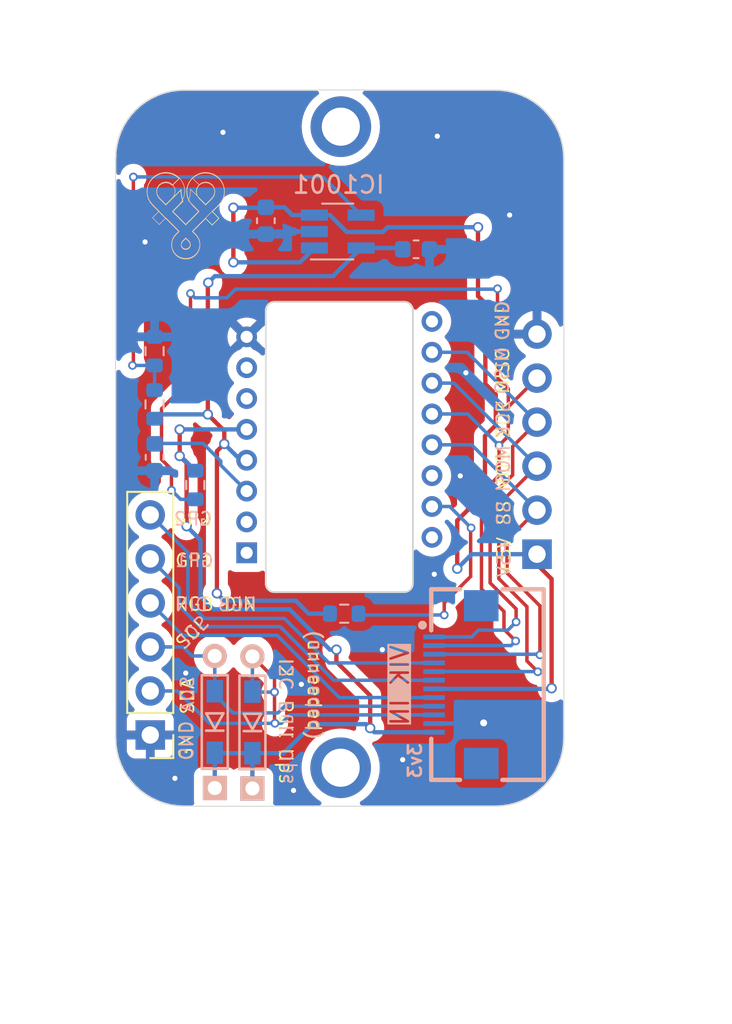
<source format=kicad_pcb>
(kicad_pcb (version 20221018) (generator pcbnew)
  (layers (0 "F.Cu" signal) (31 "B.Cu" signal) (34 "B.Paste" user) (35 "F.Paste" user) (36 "B.SilkS" user "B.Silkscreen") (37 "F.SilkS" user "F.Silkscreen") (38 "B.Mask" user) (39 "F.Mask" user) (44 "Edge.Cuts" user))
  (net 0 "")
  (net 1 "GND")
  (net 2 "VDD_5V")
  (net 3 "VDD_3.3V")
  (net 4 "Net-(U1001-VDDPIX)")
  (net 5 "VDD_2V")
  (net 6 "Net-(IC1001-ADJ)")
  (net 7 "SCLK")
  (net 8 "MOSI")
  (net 9 "MISO")
  (net 10 "NCS")
  (net 11 "Net-(U1001-LED_P)")
  (net 19 "Net-(J1002-Pin_2)")
  (net 20 "Net-(J1002-Pin_3)")
  (net 21 "Net-(J1002-Pin_4)")
  (net 22 "Net-(J1002-Pin_5)")
  (net 23 "Net-(J1002-Pin_6)")
  (footprint "Connector_PinHeader_2.54mm:PinHeader_1x06_P2.54mm_Vertical" (layer "F.Cu") (at 70.644194 127.282271 180)
    (fp_text reference "J1002" hide)
    (fp_text value "Conn_01x06_Female")
    (pad "1" thru_hole rect (at 0 0 180) (size 1.7 1.7) (drill 1) (layers "*.Cu" "*.Mask") (net 1 "GND"))
    (pad "2" thru_hole oval (at 0 2.54 180) (size 1.7 1.7) (drill 1) (layers "*.Cu" "*.Mask") (net 19 "Net-(J1002-Pin_2)"))
    (pad "3" thru_hole oval (at 0 5.08 180) (size 1.7 1.7) (drill 1) (layers "*.Cu" "*.Mask") (net 20 "Net-(J1002-Pin_3)"))
    (pad "4" thru_hole oval (at 0 7.62 180) (size 1.7 1.7) (drill 1) (layers "*.Cu" "*.Mask") (net 21 "Net-(J1002-Pin_4)"))
    (pad "5" thru_hole oval (at 0 10.16 180) (size 1.7 1.7) (drill 1) (layers "*.Cu" "*.Mask") (net 22 "Net-(J1002-Pin_5)"))
    (pad "6" thru_hole oval (at 0 12.7 180) (size 1.7 1.7) (drill 1) (layers "*.Cu" "*.Mask") (net 23 "Net-(J1002-Pin_6)"))
  )
  (footprint "MountingHole:MountingHole_2.2mm_M2_ISO7380_Pad" (layer "F.Cu") (at 81.648 92.181999)
    (fp_text reference "REF**" hide)
    (fp_text value "MountingHole_2.2mm_M2_ISO7380_Pad")
    (pad "1" thru_hole circle (at 0 0) (size 3.5 3.5) (drill 2.2) (layers "*.Cu" "*.Mask"))
  )
  (footprint "local:fingerpunch-logo-small" (layer "F.Cu") (at 72.694194 97.132271)
    (fp_text reference "REF**")
    (fp_text value "fingerpunch-logo-small")
  )
  (footprint "" (layer "F.Cu") (at 81.648 92.181999)
    (fp_text reference "" (at 0 0) (layer "F.SilkS") (effects (font (size 1.27 1.27))))
    (fp_text value "" (at 0 0) (layer "F.SilkS") (effects (font (size 1.27 1.27))))
  )
  (footprint "" (layer "F.Cu") (at 81.648 92.181999)
    (fp_text reference "" (at 0 0) (layer "F.SilkS") (effects (font (size 1.27 1.27))))
    (fp_text value "" (at 0 0) (layer "F.SilkS") (effects (font (size 1.27 1.27))))
  )
  (footprint "Connector_PinHeader_2.54mm:PinHeader_1x06_P2.54mm_Vertical" (layer "F.Cu") (at 92.975 104.15)
    (fp_text reference "J1001" hide)
    (fp_text value "Conn_01x06_Female")
    (pad "1" thru_hole oval (at 0 0) (size 1.7 1.7) (drill 1) (layers "*.Cu" "*.Mask") (net 1 "GND"))
    (pad "2" thru_hole oval (at 0 2.54) (size 1.7 1.7) (drill 1) (layers "*.Cu" "*.Mask") (net 9 "MISO"))
    (pad "3" thru_hole oval (at 0 5.08) (size 1.7 1.7) (drill 1) (layers "*.Cu" "*.Mask") (net 7 "SCLK"))
    (pad "4" thru_hole oval (at 0 7.62) (size 1.7 1.7) (drill 1) (layers "*.Cu" "*.Mask") (net 8 "MOSI"))
    (pad "5" thru_hole oval (at 0 10.16) (size 1.7 1.7) (drill 1) (layers "*.Cu" "*.Mask") (net 10 "NCS"))
    (pad "6" thru_hole rect (at 0 12.7) (size 1.7 1.7) (drill 1) (layers "*.Cu" "*.Mask") (net 2 "VDD_5V"))
  )
  (footprint "MountingHole:MountingHole_2.2mm_M2_ISO7380_Pad" (layer "F.Cu") (at 81.638 129.171999 90)
    (fp_text reference "REF**" hide)
    (fp_text value "MountingHole_2.2mm_M2_ISO7380_Pad")
    (pad "1" thru_hole circle (at 0 0 90) (size 3.5 3.5) (drill 2.2) (layers "*.Cu" "*.Mask"))
  )
  (footprint "local:DIP-16_W10.16mm" (layer "B.Cu") (at 77.311 118.288)
    (fp_text reference "U1001" hide)
    (fp_text value "PMW3360DM-T2QU")
    (pad "1" thru_hole rect (at -1.1 -1.52) (size 1.2 1.2) (drill 0.7) (layers "*.Cu" "*.Mask"))
    (pad "2" thru_hole circle (at -1.1 -3.3) (size 1.2 1.2) (drill 0.7) (layers "*.Cu" "*.Mask"))
    (pad "3" thru_hole circle (at -1.1 -5.08) (size 1.2 1.2) (drill 0.7) (layers "*.Cu" "*.Mask") (net 4 "Net-(U1001-VDDPIX)"))
    (pad "4" thru_hole circle (at -1.1 -6.86) (size 1.2 1.2) (drill 0.7) (layers "*.Cu" "*.Mask") (net 5 "VDD_2V"))
    (pad "5" thru_hole circle (at -1.1 -8.64) (size 1.2 1.2) (drill 0.7) (layers "*.Cu" "*.Mask") (net 3 "VDD_3.3V"))
    (pad "6" thru_hole circle (at -1.1 -10.42) (size 1.2 1.2) (drill 0.7) (layers "*.Cu" "*.Mask"))
    (pad "7" thru_hole circle (at -1.1 -12.2) (size 1.2 1.2) (drill 0.7) (layers "*.Cu" "*.Mask"))
    (pad "8" thru_hole circle (at -1.1 -13.98) (size 1.2 1.2) (drill 0.7) (layers "*.Cu" "*.Mask") (net 1 "GND"))
    (pad "9" thru_hole circle (at 9.6 -14.87) (size 1.2 1.2) (drill 0.7) (layers "*.Cu" "*.Mask"))
    (pad "10" thru_hole circle (at 9.6 -13.09) (size 1.2 1.2) (drill 0.7) (layers "*.Cu" "*.Mask") (net 7 "SCLK"))
    (pad "11" thru_hole circle (at 9.6 -11.31) (size 1.2 1.2) (drill 0.7) (layers "*.Cu" "*.Mask") (net 8 "MOSI"))
    (pad "12" thru_hole circle (at 9.6 -9.53) (size 1.2 1.2) (drill 0.7) (layers "*.Cu" "*.Mask") (net 9 "MISO"))
    (pad "13" thru_hole circle (at 9.6 -7.75) (size 1.2 1.2) (drill 0.7) (layers "*.Cu" "*.Mask") (net 10 "NCS"))
    (pad "14" thru_hole circle (at 9.6 -5.97) (size 1.2 1.2) (drill 0.7) (layers "*.Cu" "*.Mask"))
    (pad "15" thru_hole circle (at 9.6 -4.19) (size 1.2 1.2) (drill 0.7) (layers "*.Cu" "*.Mask") (net 11 "Net-(U1001-LED_P)"))
    (pad "16" thru_hole circle (at 9.6 -2.41) (size 1.2 1.2) (drill 0.7) (layers "*.Cu" "*.Mask"))
  )
  (footprint "local:R_0603_1608Metric" (layer "B.Cu") (at 73.244194 112.857271 -90)
    (fp_text reference "R1001" hide)
    (fp_text value "10k")
    (pad "1" smd roundrect (at -0.825 0 270) (size 0.8 0.95) (layers "B.Cu" "B.Paste" "B.Mask") (net 3 "VDD_3.3V"))
    (pad "2" smd roundrect (at 0.825 0 270) (size 0.8 0.95) (layers "B.Cu" "B.Paste" "B.Mask") (net 9 "MISO"))
  )
  (footprint "local:C_0603_1608Metric" (layer "B.Cu") (at 70.894194 111.257271 -90)
    (fp_text reference "C1001" hide)
    (fp_text value "4.7uF")
    (pad "1" smd roundrect (at -0.775 0 270) (size 0.9 0.95) (layers "B.Cu" "B.Paste" "B.Mask") (net 4 "Net-(U1001-VDDPIX)"))
    (pad "2" smd roundrect (at 0.775 0 270) (size 0.9 0.95) (layers "B.Cu" "B.Paste" "B.Mask") (net 1 "GND"))
  )
  (footprint "local:C_0603_1608Metric" (layer "B.Cu") (at 77.319194 97.607271 -90)
    (fp_text reference "C1002" hide)
    (fp_text value "1uF")
    (pad "1" smd roundrect (at -0.775 0 270) (size 0.9 0.95) (layers "B.Cu" "B.Paste" "B.Mask") (net 2 "VDD_5V"))
    (pad "2" smd roundrect (at 0.775 0 270) (size 0.9 0.95) (layers "B.Cu" "B.Paste" "B.Mask") (net 1 "GND"))
  )
  (footprint "Package_TO_SOT_SMD:SOT-23-5_HandSoldering" (layer "B.Cu") (at 81.469194 98.232271)
    (fp_text reference "IC1001" (at 0.05 -2.7 180) (layer "B.SilkS") (effects (justify mirror)))
    (fp_text value "AP7335-WG-7")
    (pad "1" smd rect (at -1.35 0.95) (size 1.56 0.65) (layers "B.Cu" "B.Paste" "B.Mask") (net 2 "VDD_5V"))
    (pad "2" smd rect (at -1.35 0) (size 1.56 0.65) (layers "B.Cu" "B.Paste" "B.Mask") (net 1 "GND"))
    (pad "3" smd rect (at -1.35 -0.95) (size 1.56 0.65) (layers "B.Cu" "B.Paste" "B.Mask") (net 2 "VDD_5V"))
    (pad "4" smd rect (at 1.35 -0.95) (size 1.56 0.65) (layers "B.Cu" "B.Paste" "B.Mask") (net 6 "Net-(IC1001-ADJ)"))
    (pad "5" smd rect (at 1.35 0.95) (size 1.56 0.65) (layers "B.Cu" "B.Paste" "B.Mask") (net 5 "VDD_2V"))
  )
  (footprint "local:R_0603_1608Metric" (layer "B.Cu") (at 70.894194 108.207271 -90)
    (fp_text reference "R1003" hide)
    (fp_text value "15k")
    (pad "1" smd roundrect (at -0.825 0 270) (size 0.8 0.95) (layers "B.Cu" "B.Paste" "B.Mask") (net 6 "Net-(IC1001-ADJ)"))
    (pad "2" smd roundrect (at 0.825 0 270) (size 0.8 0.95) (layers "B.Cu" "B.Paste" "B.Mask") (net 5 "VDD_2V"))
  )
  (footprint "local:C_0603_1608Metric" (layer "B.Cu") (at 85.994194 99.257271)
    (fp_text reference "C1005" hide)
    (fp_text value "1uF")
    (pad "1" smd roundrect (at -0.775 0) (size 0.9 0.95) (layers "B.Cu" "B.Paste" "B.Mask") (net 5 "VDD_2V"))
    (pad "2" smd roundrect (at 0.775 0) (size 0.9 0.95) (layers "B.Cu" "B.Paste" "B.Mask") (net 1 "GND"))
  )
  (footprint "local:R_0603_1608Metric" (layer "B.Cu") (at 70.894194 105.132271 90)
    (fp_text reference "R1004" hide)
    (fp_text value "10k")
    (pad "1" smd roundrect (at -0.825 0 90) (size 0.8 0.95) (layers "B.Cu" "B.Paste" "B.Mask") (net 6 "Net-(IC1001-ADJ)"))
    (pad "2" smd roundrect (at 0.825 0 90) (size 0.8 0.95) (layers "B.Cu" "B.Paste" "B.Mask") (net 1 "GND"))
  )
  (footprint "local:D3_TH_SMD" (layer "B.Cu") (at 76.544194 126.557271 90)
    (fp_text reference "R1006" hide)
    (fp_text value "4.7k" hide)
    (pad "1" thru_hole rect (at -3.81 0 90) (size 1.397 1.397) (drill 0.8128) (layers "*.Cu" "*.Mask" "B.SilkS") (net 3 "VDD_3.3V"))
    (pad "1" smd rect (at -1.775 0 90) (size 1.3 0.95) (layers "B.Cu" "B.Paste" "B.Mask") (net 3 "VDD_3.3V"))
    (pad "2" smd rect (at 1.775 0 90) (size 1.3 0.95) (layers "B.Cu" "B.Paste" "B.Mask") (net 19 "Net-(J1002-Pin_2)"))
    (pad "2" thru_hole circle (at 3.81 0 90) (size 1.397 1.397) (drill 0.8128) (layers "*.Cu" "*.Mask" "B.SilkS") (net 19 "Net-(J1002-Pin_2)"))
  )
  (footprint "vik:vik-module-connector-horizontal" (layer "B.Cu") (at 89.069194 124.372271 -90)
    (fp_text reference "J1003" hide)
    (fp_text value "~")
    (fp_text user "VIK IN" (at -2.36 3.42 90 unlocked) (layer "B.SilkS" knockout) (effects (justify left bottom mirror)))
    (fp_text user "3v3" (at 3.3 2.7 90 unlocked) (layer "B.SilkS") (effects (font (size 0.75 0.75)) (justify left bottom mirror)))
    (pad "1" smd rect (at -2.75 2.038 270) (size 0.28 1.25) (layers "B.Cu" "B.Paste" "B.Mask") (net 7 "SCLK"))
    (pad "2" smd rect (at -2.25 2.038 270) (size 0.28 1.25) (layers "B.Cu" "B.Paste" "B.Mask") (net 9 "MISO"))
    (pad "3" smd rect (at -1.75 2.038 270) (size 0.28 1.25) (layers "B.Cu" "B.Paste" "B.Mask") (net 10 "NCS"))
    (pad "4" smd rect (at -1.25 2.038 270) (size 0.28 1.25) (layers "B.Cu" "B.Paste" "B.Mask") (net 23 "Net-(J1002-Pin_6)"))
    (pad "5" smd rect (at -0.75 2.038 270) (size 0.28 1.25) (layers "B.Cu" "B.Paste" "B.Mask") (net 8 "MOSI"))
    (pad "6" smd rect (at -0.25 2.038 270) (size 0.28 1.25) (layers "B.Cu" "B.Paste" "B.Mask") (net 22 "Net-(J1002-Pin_5)"))
    (pad "7" smd rect (at 0.25 2.038 270) (size 0.28 1.25) (layers "B.Cu" "B.Paste" "B.Mask") (net 2 "VDD_5V"))
    (pad "8" smd rect (at 0.75 2.038 270) (size 0.28 1.25) (layers "B.Cu" "B.Paste" "B.Mask") (net 21 "Net-(J1002-Pin_4)"))
    (pad "9" smd rect (at 1.25 2.038 270) (size 0.28 1.25) (layers "B.Cu" "B.Paste" "B.Mask") (net 20 "Net-(J1002-Pin_3)"))
    (pad "10" smd rect (at 1.75 2.038 270) (size 0.28 1.25) (layers "B.Cu" "B.Paste" "B.Mask") (net 19 "Net-(J1002-Pin_2)"))
    (pad "11" smd rect (at 2.25 2.038 270) (size 0.28 1.25) (layers "B.Cu" "B.Paste" "B.Mask") (net 1 "GND"))
    (pad "12" smd rect (at 2.75 2.038 270) (size 0.28 1.25) (layers "B.Cu" "B.Paste" "B.Mask") (net 3 "VDD_3.3V"))
    (pad "13" smd rect (at 4.55 -0.686 270) (size 1.8 2) (layers "B.Cu" "B.Paste" "B.Mask"))
    (pad "14" smd rect (at -4.55 -0.686 270) (size 1.8 2) (layers "B.Cu" "B.Paste" "B.Mask"))
  )
  (footprint "local:fingerpunch-logo-small" (layer "B.Cu") (at 72.694194 97.102271 180)
    (fp_text reference "REF**")
    (fp_text value "fingerpunch-logo-small")
  )
  (footprint "local:D3_TH_SMD" (layer "B.Cu") (at 74.369194 126.532271 90)
    (fp_text reference "R1005" hide)
    (fp_text value "4.7k" hide)
    (pad "1" thru_hole rect (at -3.81 0 90) (size 1.397 1.397) (drill 0.8128) (layers "*.Cu" "*.Mask" "B.SilkS") (net 3 "VDD_3.3V"))
    (pad "1" smd rect (at -1.775 0 90) (size 1.3 0.95) (layers "B.Cu" "B.Paste" "B.Mask") (net 3 "VDD_3.3V"))
    (pad "2" smd rect (at 1.775 0 90) (size 1.3 0.95) (layers "B.Cu" "B.Paste" "B.Mask") (net 20 "Net-(J1002-Pin_3)"))
    (pad "2" thru_hole circle (at 3.81 0 90) (size 1.397 1.397) (drill 0.8128) (layers "*.Cu" "*.Mask" "B.SilkS") (net 20 "Net-(J1002-Pin_3)"))
  )
  (footprint "local:R_0603_1608Metric" (layer "B.Cu") (at 81.844194 120.282271)
    (fp_text reference "R1002" hide)
    (fp_text value "39")
    (pad "1" smd roundrect (at -0.825 0) (size 0.8 0.95) (layers "B.Cu" "B.Paste" "B.Mask") (net 5 "VDD_2V"))
    (pad "2" smd roundrect (at 0.825 0) (size 0.8 0.95) (layers "B.Cu" "B.Paste" "B.Mask") (net 11 "Net-(U1001-LED_P)"))
  )
  (gr_line (start 77.812 119.038001) (end 85.312 119.038001) (stroke (width 0.1)) (layer "Edge.Cuts"))
  (gr_arc (start 90.589194 90.062271) (mid 93.375209 91.216266) (end 94.529194 94.002271) (stroke (width 0.05)) (layer "Edge.Cuts"))
  (gr_line (start 68.639194 94.002271) (end 68.639194 127.452271) (stroke (width 0.05)) (layer "Edge.Cuts"))
  (gr_line (start 94.529194 127.452271) (end 94.529194 94.002271) (stroke (width 0.05)) (layer "Edge.Cuts"))
  (gr_line (start 90.589194 90.062271) (end 72.579194 90.062271) (stroke (width 0.05)) (layer "Edge.Cuts"))
  (gr_arc (start 72.579194 131.392271) (mid 69.793207 130.238268) (end 68.639194 127.452271) (stroke (width 0.05)) (layer "Edge.Cuts"))
  (gr_line (start 72.579194 131.392271) (end 90.589194 131.392271) (stroke (width 0.05)) (layer "Edge.Cuts"))
  (gr_line (start 77.812 102.288001) (end 85.312 102.288001) (stroke (width 0.1)) (layer "Edge.Cuts"))
  (gr_line (start 85.812 102.788001) (end 85.812 118.538001) (stroke (width 0.1)) (layer "Edge.Cuts"))
  (gr_arc (start 94.529194 127.452271) (mid 93.375205 130.238288) (end 90.589194 131.392271) (stroke (width 0.05)) (layer "Edge.Cuts"))
  (gr_arc (start 77.312 102.788001) (mid 77.458447 102.434448) (end 77.812 102.288001) (stroke (width 0.1)) (layer "Edge.Cuts"))
  (gr_arc (start 68.639194 94.002271) (mid 69.793193 91.216271) (end 72.579194 90.062271) (stroke (width 0.05)) (layer "Edge.Cuts"))
  (gr_line (start 77.312 118.538001) (end 77.312 102.788001) (stroke (width 0.1)) (layer "Edge.Cuts"))
  (gr_arc (start 85.312 102.288001) (mid 85.665553 102.434448) (end 85.812 102.788001) (stroke (width 0.1)) (layer "Edge.Cuts"))
  (gr_arc (start 85.812 118.538001) (mid 85.665553 118.891554) (end 85.312 119.038001) (stroke (width 0.1)) (layer "Edge.Cuts"))
  (gr_arc (start 77.812 119.038001) (mid 77.458447 118.891554) (end 77.312 118.538001) (stroke (width 0.1)) (layer "Edge.Cuts"))
  (gr_text "MOSI" (at 91.029194 111.902271 90) (layer "B.SilkS") (effects (font (size 0.75 0.75) (thickness 0.1)) (justify mirror)))
  (gr_text "GP1" (at 73.194194 117.207271) (layer "B.SilkS") (effects (font (size 0.75 0.75) (thickness 0.1)) (justify mirror)))
  (gr_text "GP2" (at 73.119194 114.807271) (layer "B.SilkS") (effects (font (size 0.75 0.75) (thickness 0.1)) (justify mirror)))
  (gr_text "+5V" (at 91.069194 117.029271 90) (layer "B.SilkS") (effects (font (size 0.75 0.75) (thickness 0.1)) (justify mirror)))
  (gr_text "RGB DIN" (at 74.444194 119.757271) (layer "B.SilkS") (effects (font (size 0.75 0.75) (thickness 0.1)) (justify mirror)))
  (gr_text "SDA" (at 72.794194 124.932271 90) (layer "B.SilkS") (effects (font (size 0.75 0.75) (thickness 0.1)) (justify mirror)))
  (gr_text "GND" (at 90.999194 103.362271 90) (layer "B.SilkS") (effects (font (size 0.75 0.75) (thickness 0.1)) (justify mirror)))
  (gr_text "(unneeded)" (at 80.019194 124.382271 -270) (layer "B.SilkS") (effects (font (size 0.75 0.75) (thickness 0.1)) (justify mirror)))
  (gr_text "GND" (at 72.694194 127.607271 -90) (layer "B.SilkS") (effects (font (size 0.75 0.75) (thickness 0.1)) (justify mirror)))
  (gr_text "I2C Pull Ups" (at 78.519194 126.507271 90) (layer "B.SilkS") (effects (font (size 0.75 0.75) (thickness 0.1)) (justify mirror)))
  (gr_text "SCL" (at 73.119194 121.332271 45) (layer "B.SilkS") (effects (font (size 0.75 0.75) (thickness 0.1)) (justify mirror)))
  (gr_text "SS" (at 91.059194 114.484271 90) (layer "B.SilkS") (effects (font (size 0.75 0.75) (thickness 0.1)) (justify mirror)))
  (gr_text "MISO" (at 90.964194 106.267271 90) (layer "B.SilkS") (effects (font (size 0.75 0.75) (thickness 0.1)) (justify mirror)))
  (gr_text "SCK" (at 91.029194 109.074271 90) (layer "B.SilkS") (effects (font (size 0.75 0.75) (thickness 0.1)) (justify mirror)))
  (gr_text "SDA" (at 72.794194 125.038337 90) (layer "F.SilkS") (effects (font (size 0.75 0.75) (thickness 0.1))))
  (gr_text "SS" (at 91.059194 114.462271 90) (layer "F.SilkS") (effects (font (size 0.75 0.75) (thickness 0.1))))
  (gr_text "(unneeded)" (at 80.119194 124.407271 270) (layer "F.SilkS") (effects (font (size 0.75 0.75) (thickness 0.1))))
  (gr_text "GP1" (at 73.194194 117.207271) (layer "F.SilkS") (effects (font (size 0.75 0.75) (thickness 0.1))))
  (gr_text "GP2" (at 73.119194 114.807271) (layer "F.SilkS") (effects (font (size 0.75 0.75) (thickness 0.1))))
  (gr_text "SCK" (at 91.029194 109.052271 90) (layer "F.SilkS") (effects (font (size 0.75 0.75) (thickness 0.1))))
  (gr_text "GND" (at 72.719194 127.607271 90) (layer "F.SilkS") (effects (font (size 0.75 0.75) (thickness 0.1))))
  (gr_text "GND" (at 90.979194 103.382271 90) (layer "F.SilkS") (effects (font (size 0.75 0.75) (thickness 0.1))))
  (gr_text "RGB DIN" (at 74.419194 119.732271) (layer "F.SilkS") (effects (font (size 0.75 0.75) (thickness 0.1))))
  (gr_text "I2C Pull Ups" (at 78.469194 126.482271 -90) (layer "F.SilkS") (effects (font (size 0.75 0.75) (thickness 0.1))))
  (gr_text "MISO" (at 90.994194 106.257271 90) (layer "F.SilkS") (effects (font (size 0.75 0.75) (thickness 0.1))))
  (gr_text "MOSI" (at 91.029194 111.880271 90) (layer "F.SilkS") (effects (font (size 0.75 0.75) (thickness 0.1))))
  (gr_text "SCL" (at 73.044194 121.407271 45) (layer "F.SilkS") (effects (font (size 0.75 0.75) (thickness 0.1))))
  (gr_text "+5V" (at 91.069194 117.007271 90) (layer "F.SilkS") (effects (font (size 0.75 0.75) (thickness 0.1))))
  (via (at 88.544194 112.332271) (size 0.5) (drill 0.3) (layers "F.Cu" "B.Cu") (net 1))
  (via (at 78.919194 130.482271) (size 0.5) (drill 0.3) (layers "F.Cu" "B.Cu") (net 1))
  (via (at 72.694194 123.707271) (size 0.5) (drill 0.3) (layers "F.Cu" "B.Cu") (net 1))
  (via (at 87.219194 92.732271) (size 0.5) (drill 0.3) (layers "F.Cu" "B.Cu") (net 1))
  (via (at 70.344194 98.832271) (size 0.5) (drill 0.3) (layers "F.Cu" "B.Cu") (net 1))
  (via (at 91.394194 97.282271) (size 0.5) (drill 0.3) (layers "F.Cu" "B.Cu") (net 1))
  (via (at 79.369194 124.357271) (size 0.5) (drill 0.3) (layers "F.Cu" "B.Cu") (net 1))
  (via (at 84.044194 122.357271) (size 0.5) (drill 0.3) (layers "F.Cu" "B.Cu") (net 1))
  (via (at 85.219194 128.707271) (size 0.5) (drill 0.3) (layers "F.Cu" "B.Cu") (net 1))
  (via (at 88.869194 106.382271) (size 0.5) (drill 0.3) (layers "F.Cu" "B.Cu") (net 1))
  (via (at 72.069194 129.782271) (size 0.5) (drill 0.3) (layers "F.Cu" "B.Cu") (net 1))
  (via (at 74.844194 92.507271) (size 0.5) (drill 0.3) (layers "F.Cu" "B.Cu") (net 1))
  (via (at 87.044194 118.007271) (size 0.5) (drill 0.3) (layers "F.Cu" "B.Cu") (net 1))
  (via (at 89.894194 126.582271) (size 0.6) (drill 0.4) (layers "F.Cu" "B.Cu") (net 1))
  (segment (start 80.119194 98.232271) (end 77.469194 98.232271) (width 0.25) (layer "B.Cu") (net 1))
  (segment (start 87.031194 126.622271) (end 89.854194 126.622271) (width 0.25) (layer "B.Cu") (net 1))
  (segment (start 89.854194 126.622271) (end 89.894194 126.582271) (width 0.25) (layer "B.Cu") (net 1))
  (segment (start 77.469194 98.232271) (end 77.319194 98.382271) (width 0.25) (layer "B.Cu") (net 1))
  (segment (start 88.369194 117.682271) (end 88.369194 114.907271) (width 0.25) (layer "F.Cu") (net 2))
  (segment (start 75.444194 100.007271) (end 75.444194 96.857271) (width 0.25) (layer "F.Cu") (net 2))
  (segment (start 89.969194 112.257271) (end 89.969194 110.032271) (width 0.25) (layer "F.Cu") (net 2))
  (segment (start 88.994194 114.282271) (end 88.994194 113.232271) (width 0.25) (layer "F.Cu") (net 2))
  (segment (start 90.594194 107.632271) (end 89.994194 107.032271) (width 0.25) (layer "F.Cu") (net 2))
  (segment (start 90.594194 109.407271) (end 90.594194 107.632271) (width 0.25) (layer "F.Cu") (net 2))
  (segment (start 88.994194 113.232271) (end 89.969194 112.257271) (width 0.25) (layer "F.Cu") (net 2))
  (segment (start 88.369194 114.907271) (end 88.994194 114.282271) (width 0.25) (layer "F.Cu") (net 2))
  (segment (start 89.994194 107.032271) (end 89.994194 102.382271) (width 0.25) (layer "F.Cu") (net 2))
  (segment (start 89.569194 101.957271) (end 89.569194 97.982271) (width 0.25) (layer "F.Cu") (net 2))
  (segment (start 89.969194 110.032271) (end 90.594194 109.407271) (width 0.25) (layer "F.Cu") (net 2))
  (segment (start 89.994194 102.382271) (end 89.569194 101.957271) (width 0.25) (layer "F.Cu") (net 2))
  (segment (start 93.819194 124.582271) (end 93.819194 118.282271) (width 0.25) (layer "F.Cu") (net 2))
  (segment (start 93.819194 118.282271) (end 92.975 117.438077) (width 0.25) (layer "F.Cu") (net 2))
  (segment (start 92.975 117.438077) (end 92.975 116.85) (width 0.25) (layer "F.Cu") (net 2))
  (via (at 89.569194 97.982271) (size 0.6) (drill 0.4) (layers "F.Cu" "B.Cu") (net 2))
  (via (at 93.819194 124.582271) (size 0.6) (drill 0.4) (layers "F.Cu" "B.Cu") (net 2))
  (via (at 75.444194 100.007271) (size 0.6) (drill 0.4) (layers "F.Cu" "B.Cu") (net 2))
  (via (at 75.444194 96.857271) (size 0.6) (drill 0.4) (layers "F.Cu" "B.Cu") (net 2))
  (via (at 88.369194 117.682271) (size 0.6) (drill 0.4) (layers "F.Cu" "B.Cu") (net 2))
  (segment (start 75.444194 96.857271) (end 77.294194 96.857271) (width 0.25) (layer "B.Cu") (net 2))
  (segment (start 78.394194 96.832271) (end 77.319194 96.832271) (width 0.25) (layer "B.Cu") (net 2))
  (segment (start 84.344194 97.982271) (end 84.069194 98.257271) (width 0.25) (layer "B.Cu") (net 2))
  (segment (start 80.119194 99.182271) (end 79.294194 100.007271) (width 0.25) (layer "B.Cu") (net 2))
  (segment (start 78.319194 100.007271) (end 75.444194 100.007271) (width 0.25) (layer "B.Cu") (net 2))
  (segment (start 80.119194 97.282271) (end 78.844194 97.282271) (width 0.25) (layer "B.Cu") (net 2))
  (segment (start 79.294194 100.007271) (end 78.319194 100.007271) (width 0.25) (layer "B.Cu") (net 2))
  (segment (start 84.069194 98.257271) (end 81.994194 98.257271) (width 0.25) (layer "B.Cu") (net 2))
  (segment (start 77.294194 96.857271) (end 77.319194 96.832271) (width 0.25) (layer "B.Cu") (net 2))
  (segment (start 93.779194 124.622271) (end 93.819194 124.582271) (width 0.25) (layer "B.Cu") (net 2))
  (segment (start 81.994194 98.257271) (end 81.019194 97.282271) (width 0.25) (layer "B.Cu") (net 2))
  (segment (start 92.975 116.85) (end 89.201465 116.85) (width 0.25) (layer "B.Cu") (net 2))
  (segment (start 78.844194 97.282271) (end 78.394194 96.832271) (width 0.25) (layer "B.Cu") (net 2))
  (segment (start 89.569194 97.982271) (end 84.344194 97.982271) (width 0.25) (layer "B.Cu") (net 2))
  (segment (start 87.031194 124.622271) (end 93.779194 124.622271) (width 0.25) (layer "B.Cu") (net 2))
  (segment (start 81.019194 97.282271) (end 80.119194 97.282271) (width 0.25) (layer "B.Cu") (net 2))
  (segment (start 89.201465 116.85) (end 88.369194 117.682271) (width 0.25) (layer "B.Cu") (net 2))
  (segment (start 72.744194 115.232271) (end 72.744194 111.582271) (width 0.25) (layer "F.Cu") (net 3))
  (segment (start 72.344194 109.657271) (end 72.344194 111.182271) (width 0.25) (layer "F.Cu") (net 3))
  (segment (start 72.744194 111.582271) (end 72.344194 111.182271) (width 0.25) (layer "F.Cu") (net 3))
  (segment (start 81.394194 123.057271) (end 81.394194 122.357271) (width 0.25) (layer "F.Cu") (net 3))
  (segment (start 83.344194 125.007271) (end 81.394194 123.057271) (width 0.25) (layer "F.Cu") (net 3))
  (segment (start 83.344194 126.882271) (end 83.344194 125.007271) (width 0.25) (layer "F.Cu") (net 3))
  (via (at 72.744194 115.232271) (size 0.6) (drill 0.4) (layers "F.Cu" "B.Cu") (net 3))
  (via (at 72.344194 109.657271) (size 0.6) (drill 0.4) (layers "F.Cu" "B.Cu") (net 3))
  (via (at 83.344194 126.882271) (size 0.6) (drill 0.4) (layers "F.Cu" "B.Cu") (net 3))
  (via (at 72.344194 111.182271) (size 0.6) (drill 0.4) (layers "F.Cu" "B.Cu") (net 3))
  (via (at 81.394194 122.357271) (size 0.6) (drill 0.4) (layers "F.Cu" "B.Cu") (net 3))
  (segment (start 73.544194 117.207271) (end 73.544194 116.032271) (width 0.25) (layer "B.Cu") (net 3))
  (segment (start 74.294194 120.032271) (end 73.619194 119.357271) (width 0.25) (layer "B.Cu") (net 3))
  (segment (start 72.394194 111.182271) (end 73.244194 112.032271) (width 0.25) (layer "B.Cu") (net 3))
  (segment (start 72.344194 111.182271) (end 72.394194 111.182271) (width 0.25) (layer "B.Cu") (net 3))
  (segment (start 73.544194 116.032271) (end 72.744194 115.232271) (width 0.25) (layer "B.Cu") (net 3))
  (segment (start 76.544194 128.332271) (end 74.394194 128.332271) (width 0.25) (layer "B.Cu") (net 3))
  (segment (start 81.394194 122.357271) (end 81.019194 122.357271) (width 0.25) (layer "B.Cu") (net 3))
  (segment (start 83.119194 126.657271) (end 83.344194 126.882271) (width 0.25) (layer "B.Cu") (net 3))
  (segment (start 76.544194 128.332271) (end 78.344194 128.332271) (width 0.25) (layer "B.Cu") (net 3))
  (segment (start 76.544194 128.332271) (end 76.544194 130.367271) (width 0.25) (layer "B.Cu") (net 3))
  (segment (start 72.353465 109.648) (end 72.344194 109.657271) (width 0.25) (layer "B.Cu") (net 3))
  (segment (start 74.053465 109.648) (end 72.353465 109.648) (width 0.25) (layer "B.Cu") (net 3))
  (segment (start 74.053465 109.648) (end 76.211 109.648) (width 0.25) (layer "B.Cu") (net 3))
  (segment (start 74.369194 128.307271) (end 74.369194 130.342271) (width 0.25) (layer "B.Cu") (net 3))
  (segment (start 73.544194 119.282271) (end 73.544194 117.207271) (width 0.25) (layer "B.Cu") (net 3))
  (segment (start 83.584194 127.122271) (end 83.344194 126.882271) (width 0.25) (layer "B.Cu") (net 3))
  (segment (start 81.019194 122.357271) (end 79.444194 120.782271) (width 0.25) (layer "B.Cu") (net 3))
  (segment (start 73.619194 119.357271) (end 73.544194 119.282271) (width 0.25) (layer "B.Cu") (net 3))
  (segment (start 87.031194 127.122271) (end 83.584194 127.122271) (width 0.25) (layer "B.Cu") (net 3))
  (segment (start 74.394194 128.332271) (end 74.369194 128.307271) (width 0.25) (layer "B.Cu") (net 3))
  (segment (start 77.744194 120.032271) (end 74.294194 120.032271) (width 0.25) (layer "B.Cu") (net 3))
  (segment (start 78.694194 120.032271) (end 77.744194 120.032271) (width 0.25) (layer "B.Cu") (net 3))
  (segment (start 80.019194 126.657271) (end 83.119194 126.657271) (width 0.25) (layer "B.Cu") (net 3))
  (segment (start 79.444194 120.782271) (end 78.694194 120.032271) (width 0.25) (layer "B.Cu") (net 3))
  (segment (start 78.344194 128.332271) (end 80.019194 126.657271) (width 0.25) (layer "B.Cu") (net 3))
  (segment (start 74.719194 111.716194) (end 74.719194 111.482271) (width 0.2) (layer "B.Cu") (net 4))
  (segment (start 74.719194 111.482271) (end 73.694194 110.457271) (width 0.2) (layer "B.Cu") (net 4))
  (segment (start 73.694194 110.457271) (end 70.919194 110.457271) (width 0.2) (layer "B.Cu") (net 4))
  (segment (start 76.211 113.208) (end 74.719194 111.716194) (width 0.2) (layer "B.Cu") (net 4))
  (segment (start 70.919194 110.457271) (end 70.894194 110.482271) (width 0.2) (layer "B.Cu") (net 4))
  (segment (start 74.494194 110.907271) (end 74.919194 110.482271) (width 0.25) (layer "F.Cu") (net 5))
  (segment (start 74.494194 119.107271) (end 74.494194 110.907271) (width 0.25) (layer "F.Cu") (net 5))
  (segment (start 74.919194 109.732271) (end 73.969194 108.782271) (width 0.25) (layer "F.Cu") (net 5))
  (segment (start 74.919194 110.482271) (end 74.919194 109.732271) (width 0.25) (layer "F.Cu") (net 5))
  (segment (start 73.969194 101.207271) (end 73.994194 101.182271) (width 0.25) (layer "F.Cu") (net 5))
  (segment (start 73.969194 108.782271) (end 73.969194 101.207271) (width 0.25) (layer "F.Cu") (net 5))
  (via (at 74.919194 110.482271) (size 0.6) (drill 0.4) (layers "F.Cu" "B.Cu") (net 5))
  (via (at 73.994194 101.182271) (size 0.6) (drill 0.4) (layers "F.Cu" "B.Cu") (net 5))
  (via (at 73.969194 108.782271) (size 0.6) (drill 0.4) (layers "F.Cu" "B.Cu") (net 5))
  (via (at 74.494194 119.107271) (size 0.6) (drill 0.4) (layers "F.Cu" "B.Cu") (net 5))
  (segment (start 85.144194 99.182271) (end 85.219194 99.257271) (width 0.25) (layer "B.Cu") (net 5))
  (segment (start 71.144194 108.782271) (end 70.894194 109.032271) (width 0.25) (layer "B.Cu") (net 5))
  (segment (start 79.794194 120.282271) (end 79.294194 119.782271) (width 0.25) (layer "B.Cu") (net 5))
  (segment (start 79.044194 119.532271) (end 78.119194 119.532271) (width 0.25) (layer "B.Cu") (net 5))
  (segment (start 76.211 111.428) (end 75.864923 111.428) (width 0.25) (layer "B.Cu") (net 5))
  (segment (start 82.819194 99.182271) (end 81.194194 100.807271) (width 0.25) (layer "B.Cu") (net 5))
  (segment (start 81.019194 120.282271) (end 79.794194 120.282271) (width 0.25) (layer "B.Cu") (net 5))
  (segment (start 73.969194 108.782271) (end 71.144194 108.782271) (width 0.25) (layer "B.Cu") (net 5))
  (segment (start 74.369194 100.807271) (end 73.994194 101.182271) (width 0.25) (layer "B.Cu") (net 5))
  (segment (start 81.194194 100.807271) (end 74.369194 100.807271) (width 0.25) (layer "B.Cu") (net 5))
  (segment (start 74.919194 119.532271) (end 74.494194 119.107271) (width 0.25) (layer "B.Cu") (net 5))
  (segment (start 82.819194 99.182271) (end 85.144194 99.182271) (width 0.25) (layer "B.Cu") (net 5))
  (segment (start 79.294194 119.782271) (end 79.044194 119.532271) (width 0.25) (layer "B.Cu") (net 5))
  (segment (start 75.864923 111.428) (end 74.919194 110.482271) (width 0.25) (layer "B.Cu") (net 5))
  (segment (start 78.119194 119.532271) (end 74.919194 119.532271) (width 0.25) (layer "B.Cu") (net 5))
  (segment (start 69.669194 105.907271) (end 69.619194 105.957271) (width 0.2) (layer "F.Cu") (net 6))
  (segment (start 69.669194 95.082271) (end 69.669194 105.907271) (width 0.2) (layer "F.Cu") (net 6))
  (via (at 69.619194 105.957271) (size 0.5) (drill 0.3) (layers "F.Cu" "B.Cu") (net 6))
  (via (at 69.669194 95.082271) (size 0.5) (drill 0.3) (layers "F.Cu" "B.Cu") (net 6))
  (segment (start 69.619194 105.957271) (end 70.894194 105.957271) (width 0.2) (layer "B.Cu") (net 6))
  (segment (start 78.069194 95.082271) (end 69.669194 95.082271) (width 0.2) (layer "B.Cu") (net 6))
  (segment (start 80.619194 95.082271) (end 78.069194 95.082271) (width 0.2) (layer "B.Cu") (net 6))
  (segment (start 82.819194 97.282271) (end 80.619194 95.082271) (width 0.2) (layer "B.Cu") (net 6))
  (segment (start 70.894194 107.382271) (end 70.894194 105.957271) (width 0.2) (layer "B.Cu") (net 6))
  (segment (start 91.570961 110.634038) (end 92.975 109.23) (width 0.2) (layer "F.Cu") (net 7))
  (segment (start 90.269194 113.582271) (end 91.570961 112.280504) (width 0.2) (layer "F.Cu") (net 7))
  (segment (start 90.269194 118.507271) (end 90.269194 113.582271) (width 0.2) (layer "F.Cu") (net 7))
  (segment (start 91.570961 112.280504) (end 91.570961 110.634038) (width 0.2) (layer "F.Cu") (net 7))
  (segment (start 91.769194 120.757271) (end 91.769194 120.007271) (width 0.2) (layer "F.Cu") (net 7))
  (segment (start 91.769194 120.007271) (end 90.269194 118.507271) (width 0.2) (layer "F.Cu") (net 7))
  (via (at 91.769194 120.757271) (size 0.5) (drill 0.3) (layers "F.Cu" "B.Cu") (net 7))
  (segment (start 87.031194 121.622271) (end 89.204194 121.622271) (width 0.2) (layer "B.Cu") (net 7))
  (segment (start 86.911 105.198) (end 88.943 105.198) (width 0.2) (layer "B.Cu") (net 7))
  (segment (start 91.294194 121.232271) (end 91.769194 120.757271) (width 0.2) (layer "B.Cu") (net 7))
  (segment (start 89.204194 121.622271) (end 89.594194 121.232271) (width 0.2) (layer "B.Cu") (net 7))
  (segment (start 88.943 105.198) (end 92.975 109.23) (width 0.2) (layer "B.Cu") (net 7))
  (segment (start 89.594194 121.232271) (end 91.294194 121.232271) (width 0.2) (layer "B.Cu") (net 7))
  (segment (start 90.769194 118.257271) (end 90.769194 113.975806) (width 0.2) (layer "F.Cu") (net 8))
  (segment (start 93.019194 123.632271) (end 92.394194 123.007271) (width 0.2) (layer "F.Cu") (net 8))
  (segment (start 92.394194 119.882271) (end 90.769194 118.257271) (width 0.2) (layer "F.Cu") (net 8))
  (segment (start 92.394194 123.007271) (end 92.394194 119.882271) (width 0.2) (layer "F.Cu") (net 8))
  (segment (start 90.769194 113.975806) (end 92.975 111.77) (width 0.2) (layer "F.Cu") (net 8))
  (via (at 93.019194 123.632271) (size 0.5) (drill 0.3) (layers "F.Cu" "B.Cu") (net 8))
  (segment (start 86.911 106.978) (end 88.183 106.978) (width 0.2) (layer "B.Cu") (net 8))
  (segment (start 88.183 106.978) (end 92.975 111.77) (width 0.2) (layer "B.Cu") (net 8))
  (segment (start 93.009194 123.622271) (end 93.019194 123.632271) (width 0.2) (layer "B.Cu") (net 8))
  (segment (start 87.031194 123.622271) (end 93.009194 123.622271) (width 0.2) (layer "B.Cu") (net 8))
  (segment (start 71.294194 109.057271) (end 71.294194 108.457271) (width 0.2) (layer "F.Cu") (net 9))
  (segment (start 71.294194 111.382271) (end 71.294194 109.057271) (width 0.2) (layer "F.Cu") (net 9))
  (segment (start 90.781694 112.319771) (end 90.781694 110.569771) (width 0.2) (layer "F.Cu") (net 9))
  (segment (start 72.119194 107.632271) (end 72.969194 106.782271) (width 0.2) (layer "F.Cu") (net 9))
  (segment (start 71.294194 108.457271) (end 72.119194 107.632271) (width 0.2) (layer "F.Cu") (net 9))
  (segment (start 91.069194 121.182271) (end 91.069194 120.157271) (width 0.2) (layer "F.Cu") (net 9))
  (segment (start 90.781694 110.569771) (end 91.319194 110.032271) (width 0.2) (layer "F.Cu") (net 9))
  (segment (start 91.319194 107.307271) (end 91.319194 108.345806) (width 0.2) (layer "F.Cu") (net 9))
  (segment (start 91.319194 110.032271) (end 91.319194 108.345806) (width 0.2) (layer "F.Cu") (net 9))
  (segment (start 91.069194 120.157271) (end 89.769194 118.857271) (width 0.2) (layer "F.Cu") (net 9))
  (segment (start 72.969194 106.782271) (end 72.969194 101.807271) (width 0.2) (layer "F.Cu") (net 9))
  (segment (start 71.869194 113.157271) (end 71.869194 111.957271) (width 0.2) (layer "F.Cu") (net 9))
  (segment (start 90.694194 106.682271) (end 91.319194 107.307271) (width 0.2) (layer "F.Cu") (net 9))
  (segment (start 89.769194 113.332271) (end 90.781694 112.319771) (width 0.2) (layer "F.Cu") (net 9))
  (segment (start 89.769194 118.857271) (end 89.769194 113.332271) (width 0.2) (layer "F.Cu") (net 9))
  (segment (start 71.594194 111.682271) (end 71.294194 111.382271) (width 0.2) (layer "F.Cu") (net 9))
  (segment (start 71.869194 111.957271) (end 71.594194 111.682271) (width 0.2) (layer "F.Cu") (net 9))
  (segment (start 90.694194 101.532271) (end 90.694194 106.682271) (width 0.2) (layer "F.Cu") (net 9))
  (segment (start 91.319194 108.345806) (end 92.975 106.69) (width 0.2) (layer "F.Cu") (net 9))
  (segment (start 91.744194 121.857271) (end 91.069194 121.182271) (width 0.2) (layer "F.Cu") (net 9))
  (via (at 90.694194 101.532271) (size 0.5) (drill 0.3) (layers "F.Cu" "B.Cu") (net 9))
  (via (at 72.969194 101.807271) (size 0.5) (drill 0.3) (layers "F.Cu" "B.Cu") (net 9))
  (via (at 90.781694 110.569771) (size 0.5) (drill 0.3) (layers "F.Cu" "B.Cu") (net 9))
  (via (at 91.744194 121.857271) (size 0.5) (drill 0.3) (layers "F.Cu" "B.Cu") (net 9))
  (via (at 71.869194 113.157271) (size 0.5) (drill 0.3) (layers "F.Cu" "B.Cu") (net 9))
  (segment (start 72.969194 101.807271) (end 73.219194 102.057271) (width 0.2) (layer "B.Cu") (net 9))
  (segment (start 80.019194 101.557271) (end 90.669194 101.557271) (width 0.2) (layer "B.Cu") (net 9))
  (segment (start 75.569194 101.557271) (end 80.019194 101.557271) (width 0.2) (layer "B.Cu") (net 9))
  (segment (start 86.911 108.758) (end 88.969923 108.758) (width 0.2) (layer "B.Cu") (net 9))
  (segment (start 73.244194 113.682271) (end 72.394194 113.682271) (width 0.2) (layer "B.Cu") (net 9))
  (segment (start 88.969923 108.758) (end 90.781694 110.569771) (width 0.2) (layer "B.Cu") (net 9))
  (segment (start 72.394194 113.682271) (end 71.869194 113.157271) (width 0.2) (layer "B.Cu") (net 9))
  (segment (start 75.344194 101.782271) (end 75.569194 101.557271) (width 0.2) (layer "B.Cu") (net 9))
  (segment (start 75.069194 102.057271) (end 75.344194 101.782271) (width 0.2) (layer "B.Cu") (net 9))
  (segment (start 90.669194 101.557271) (end 90.694194 101.532271) (width 0.2) (layer "B.Cu") (net 9))
  (segment (start 91.479194 122.122271) (end 91.744194 121.857271) (width 0.2) (layer "B.Cu") (net 9))
  (segment (start 87.031194 122.122271) (end 91.479194 122.122271) (width 0.2) (layer "B.Cu") (net 9))
  (segment (start 73.219194 102.057271) (end 74.219194 102.057271) (width 0.2) (layer "B.Cu") (net 9))
  (segment (start 74.219194 102.057271) (end 75.069194 102.057271) (width 0.2) (layer "B.Cu") (net 9))
  (segment (start 93.144194 119.832271) (end 91.244194 117.932271) (width 0.2) (layer "F.Cu") (net 10))
  (segment (start 93.144194 122.657271) (end 93.144194 119.832271) (width 0.2) (layer "F.Cu") (net 10))
  (segment (start 91.244194 117.932271) (end 91.244194 116.040806) (width 0.2) (layer "F.Cu") (net 10))
  (segment (start 91.244194 116.040806) (end 92.975 114.31) (width 0.2) (layer "F.Cu") (net 10))
  (via (at 93.144194 122.657271) (size 0.5) (drill 0.3) (layers "F.Cu" "B.Cu") (net 10))
  (segment (start 86.911 110.538) (end 89.203 110.538) (width 0.2) (layer "B.Cu") (net 10))
  (segment (start 93.109194 122.622271) (end 93.144194 122.657271) (width 0.2) (layer "B.Cu") (net 10))
  (segment (start 89.203 110.538) (end 92.975 114.31) (width 0.2) (layer "B.Cu") (net 10))
  (segment (start 87.031194 122.622271) (end 93.109194 122.622271) (width 0.2) (layer "B.Cu") (net 10))
  (segment (start 89.144194 118.132271) (end 88.869194 118.407271) (width 0.2) (layer "F.Cu") (net 11))
  (segment (start 88.869194 118.407271) (end 87.619194 119.657271) (width 0.2) (layer "F.Cu") (net 11))
  (segment (start 89.144194 118.132271) (end 89.144194 115.357271) (width 0.2) (layer "F.Cu") (net 11))
  (segment (start 89.144194 115.357271) (end 89.169194 115.332271) (width 0.2) (layer "F.Cu") (net 11))
  (segment (start 87.619194 119.657271) (end 87.619194 120.357271) (width 0.2) (layer "F.Cu") (net 11))
  (via (at 87.619194 120.357271) (size 0.5) (drill 0.3) (layers "F.Cu" "B.Cu") (net 11))
  (via (at 89.169194 115.332271) (size 0.5) (drill 0.3) (layers "F.Cu" "B.Cu") (net 11))
  (segment (start 82.744194 120.357271) (end 82.669194 120.282271) (width 0.2) (layer "B.Cu") (net 11))
  (segment (start 89.169194 115.332271) (end 87.934923 114.098) (width 0.2) (layer "B.Cu") (net 11))
  (segment (start 87.619194 120.357271) (end 82.744194 120.357271) (width 0.2) (layer "B.Cu") (net 11))
  (segment (start 87.934923 114.098) (end 86.911 114.098) (width 0.2) (layer "B.Cu") (net 11))
  (segment (start 77.819194 124.807271) (end 77.819194 126.582271) (width 0.2) (layer "F.Cu") (net 19))
  (segment (start 77.819194 126.582271) (end 77.844194 126.607271) (width 0.2) (layer "F.Cu") (net 19))
  (segment (start 76.544194 122.747271) (end 77.819194 124.022271) (width 0.2) (layer "F.Cu") (net 19))
  (segment (start 77.819194 124.022271) (end 77.819194 124.807271) (width 0.2) (layer "F.Cu") (net 19))
  (via (at 77.844194 126.607271) (size 0.5) (drill 0.3) (layers "F.Cu" "B.Cu") (net 19))
  (via (at 77.819194 124.807271) (size 0.5) (drill 0.3) (layers "F.Cu" "B.Cu") (net 19))
  (segment (start 76.544194 122.747271) (end 76.544194 124.782271) (width 0.2) (layer "B.Cu") (net 19))
  (segment (start 78.704194 126.122271) (end 78.219194 126.607271) (width 0.2) (layer "B.Cu") (net 19))
  (segment (start 76.569194 124.807271) (end 76.544194 124.782271) (width 0.2) (layer "B.Cu") (net 19))
  (segment (start 72.204194 124.742271) (end 70.644194 124.742271) (width 0.2) (layer "B.Cu") (net 19))
  (segment (start 74.069194 126.607271) (end 72.204194 124.742271) (width 0.2) (layer "B.Cu") (net 19))
  (segment (start 77.844194 126.607271) (end 74.069194 126.607271) (width 0.2) (layer "B.Cu") (net 19))
  (segment (start 77.819194 124.807271) (end 76.569194 124.807271) (width 0.2) (layer "B.Cu") (net 19))
  (segment (start 87.031194 126.122271) (end 78.704194 126.122271) (width 0.2) (layer "B.Cu") (net 19))
  (segment (start 78.219194 126.607271) (end 77.844194 126.607271) (width 0.2) (layer "B.Cu") (net 19))
  (segment (start 75.419194 126.007271) (end 74.369194 124.957271) (width 0.2) (layer "B.Cu") (net 20))
  (segment (start 74.369194 122.722271) (end 73.059194 122.722271) (width 0.2) (layer "B.Cu") (net 20))
  (segment (start 72.539194 122.202271) (end 70.644194 122.202271) (width 0.2) (layer "B.Cu") (net 20))
  (segment (start 87.031194 125.622271) (end 78.404194 125.622271) (width 0.2) (layer "B.Cu") (net 20))
  (segment (start 74.369194 124.957271) (end 74.369194 124.757271) (width 0.2) (layer "B.Cu") (net 20))
  (segment (start 73.059194 122.722271) (end 72.539194 122.202271) (width 0.2) (layer "B.Cu") (net 20))
  (segment (start 78.404194 125.622271) (end 78.019194 126.007271) (width 0.2) (layer "B.Cu") (net 20))
  (segment (start 74.369194 122.722271) (end 74.369194 124.757271) (width 0.2) (layer "B.Cu") (net 20))
  (segment (start 78.019194 126.007271) (end 75.419194 126.007271) (width 0.2) (layer "B.Cu") (net 20))
  (segment (start 81.559194 125.122271) (end 77.969194 121.532271) (width 0.2) (layer "B.Cu") (net 21))
  (segment (start 77.969194 121.532271) (end 72.514194 121.532271) (width 0.2) (layer "B.Cu") (net 21))
  (segment (start 72.514194 121.532271) (end 70.644194 119.662271) (width 0.2) (layer "B.Cu") (net 21))
  (segment (start 87.031194 125.122271) (end 81.559194 125.122271) (width 0.2) (layer "B.Cu") (net 21))
  (segment (start 78.144194 121.032271) (end 73.519194 121.032271) (width 0.2) (layer "B.Cu") (net 22))
  (segment (start 87.031194 124.122271) (end 81.234194 124.122271) (width 0.2) (layer "B.Cu") (net 22))
  (segment (start 73.519194 121.032271) (end 72.311694 119.824771) (width 0.2) (layer "B.Cu") (net 22))
  (segment (start 81.234194 124.122271) (end 78.144194 121.032271) (width 0.2) (layer "B.Cu") (net 22))
  (segment (start 72.311694 118.789771) (end 70.644194 117.122271) (width 0.2) (layer "B.Cu") (net 22))
  (segment (start 72.311694 119.824771) (end 72.311694 118.789771) (width 0.2) (layer "B.Cu") (net 22))
  (segment (start 72.819194 116.757271) (end 70.644194 114.582271) (width 0.2) (layer "B.Cu") (net 23))
  (segment (start 80.959194 123.122271) (end 78.394194 120.557271) (width 0.2) (layer "B.Cu") (net 23))
  (segment (start 87.031194 123.122271) (end 80.959194 123.122271) (width 0.2) (layer "B.Cu") (net 23))
  (segment (start 72.819194 119.607271) (end 72.819194 116.757271) (width 0.2) (layer "B.Cu") (net 23))
  (segment (start 73.769194 120.557271) (end 72.819194 119.607271) (width 0.2) (layer "B.Cu") (net 23))
  (segment (start 78.394194 120.557271) (end 73.769194 120.557271) (width 0.2) (layer "B.Cu") (net 23))
  (zone (net 1) (net_name "GND") (layers "F&B.Cu") (connect_pads (clearance 0.508)) (min_thickness 0.254) (fill yes (thermal_gap 0.508) (thermal_bridge_width 0.508))
    (polygon (pts (xy 104.069194 85.122271) (xy 104.259194 138.632271) (xy 61.969194 138.442271) (xy 62.849194 84.872271)))
  )
)
</source>
